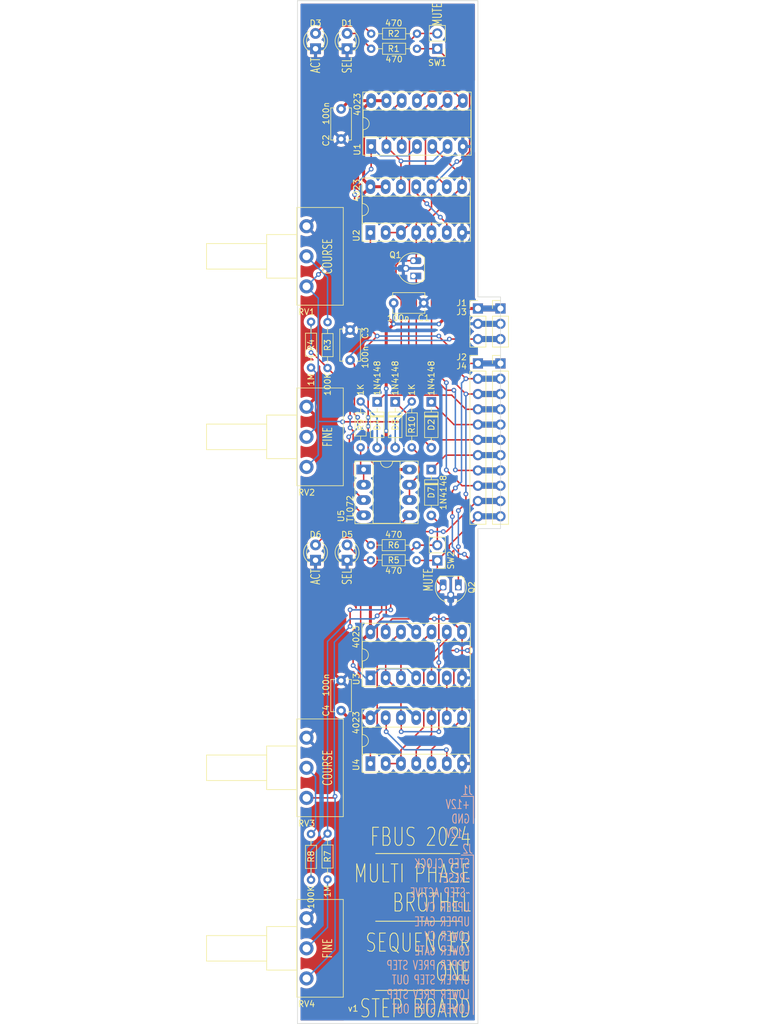
<source format=kicad_pcb>
(kicad_pcb (version 20211014) (generator pcbnew)
  (title_block (title "Sequencer One - Step Board") (date "2024-01-18") (rev "v1") (company "Multi Phase Brothel"))
  (layers (0 "F.Cu" signal) (31 "B.Cu" signal) (34 "B.Paste" user) (35 "F.Paste" user) (36 "B.SilkS" user "B.Silkscreen") (37 "F.SilkS" user "F.Silkscreen") (38 "B.Mask" user) (39 "F.Mask" user) (44 "Edge.Cuts" user))
  (net 0 "")
  (net 1 "+12V")
  (net 2 "GND")
  (net 3 "Net-(D1-Pad2)")
  (net 4 "GATE_U")
  (net 5 "Net-(D3-Pad2)")
  (net 6 "Net-(D4-Pad2)")
  (net 7 "STEP_CLK")
  (net 8 "L_RESET")
  (net 9 "L_STEP_ACTIVE")
  (net 10 "Net-(D2-Pad2)")
  (net 11 "Net-(R4-Pad1)")
  (net 12 "CV_U")
  (net 13 "Net-(D5-Pad2)")
  (net 14 "Net-(D6-Pad2)")
  (net 15 "Net-(U1-Pad12)")
  (net 16 "GATE_L")
  (net 17 "Net-(D7-Pad2)")
  (net 18 "CV_L")
  (net 19 "Net-(D8-Pad2)")
  (net 20 "PREV_STEP_U")
  (net 21 "STEP_OUT_U")
  (net 22 "PREV_STEP_L")
  (net 23 "STEP_OUT_L")
  (net 24 "Net-(R3-Pad1)")
  (net 25 "Net-(R7-Pad1)")
  (net 26 "Net-(R8-Pad1)")
  (net 27 "Net-(R3-Pad2)")
  (net 28 "Net-(R7-Pad2)")
  (net 29 "Net-(R9-Pad1)")
  (net 30 "Net-(U3-Pad13)")
  (net 31 "Net-(U1-Pad11)")
  (net 32 "Net-(U2-Pad11)")
  (net 33 "Net-(U3-Pad10)")
  (net 34 "Net-(U3-Pad12)")
  (net 35 "Net-(R10-Pad1)")
  (net 36 "Net-(U1-Pad10)")
  (net 37 "Net-(U1-Pad9)")
  (net 38 "Net-(U3-Pad9)")
  (net 39 "Net-(U4-Pad13)")
  (net 40 "-12V")
  (footprint "Potentiometer_THT:Potentiometer_Piher_T-16H_Single_Horizontal" (layer "F.Cu") (at 101.5 87.5 180)
    (fp_text reference "RV2")
    (fp_text value "B100K")
  )
  (footprint "LED_THT:LED_D3.0mm" (layer "F.Cu") (at 108.25 113 90)
    (fp_text reference "D5")
    (fp_text value "LED")
  )
  (footprint "Potentiometer_THT:Potentiometer_Piher_T-16H_Single_Horizontal" (layer "F.Cu") (at 101.5 57.5 180)
    (fp_text reference "RV1")
    (fp_text value "B100K")
  )
  (footprint "Connector_PinHeader_2.54mm:PinHeader_1x02_P2.54mm_Vertical" (layer "F.Cu") (at 123.25 113.04 180)
    (fp_text reference "SW2")
    (fp_text value "SW_SPST")
  )
  (footprint "Connector_PinHeader_2.54mm:PinHeader_1x02_P2.54mm_Vertical" (layer "F.Cu") (at 123.25 28 180)
    (fp_text reference "SW1")
    (fp_text value "SW_SPST")
  )
  (footprint "Package_DIP:DIP-14_W7.62mm_Socket_LongPads" (layer "F.Cu") (at 112.125 146.8 90)
    (fp_text reference "U4")
    (fp_text value "4023")
  )
  (footprint "Resistor_THT:R_Axial_DIN0204_L3.6mm_D1.6mm_P7.62mm_Horizontal" (layer "F.Cu") (at 112.19 113)
    (fp_text reference "R5")
    (fp_text value "470")
  )
  (footprint "Resistor_THT:R_Axial_DIN0204_L3.6mm_D1.6mm_P7.62mm_Horizontal" (layer "F.Cu") (at 112.25 28)
    (fp_text reference "R1")
    (fp_text value "470")
  )
  (footprint "Diode_THT:D_DO-35_SOD27_P7.62mm_Horizontal" (layer "F.Cu") (at 116.25 86.69 -90)
    (fp_text reference "D8")
    (fp_text value "1N4148")
  )
  (footprint "Capacitor_THT:C_Disc_D5.1mm_W3.2mm_P5.00mm" (layer "F.Cu") (at 107.25 38 -90)
    (fp_text reference "C2")
    (fp_text value "100n")
  )
  (footprint "Connector_PinHeader_2.54mm:PinHeader_1x03_P2.54mm_Vertical" (layer "F.Cu") (at 133.75 71.17)
    (fp_text reference "J3")
    (fp_text value "Conn_01x03")
  )
  (footprint "Diode_THT:D_DO-35_SOD27_P7.62mm_Horizontal" (layer "F.Cu") (at 122.25 97.94 -90)
    (fp_text reference "D7")
    (fp_text value "1N4148")
  )
  (footprint "Diode_THT:D_DO-35_SOD27_P7.62mm_Horizontal" (layer "F.Cu") (at 113.25 86.69 -90)
    (fp_text reference "D4")
    (fp_text value "1N4148")
  )
  (footprint "Connector_PinHeader_2.54mm:PinHeader_1x11_P2.54mm_Vertical" (layer "F.Cu") (at 133.75 80.3)
    (fp_text reference "J4")
    (fp_text value "Conn_01x11")
  )
  (footprint "Package_DIP:DIP-14_W7.62mm_Socket_LongPads" (layer "F.Cu") (at 112.125 58.55 90)
    (fp_text reference "U2")
    (fp_text value "4023")
  )
  (footprint "Resistor_THT:R_Axial_DIN0204_L3.6mm_D1.6mm_P7.62mm_Horizontal" (layer "F.Cu") (at 105 73.44 -90)
    (fp_text reference "R3")
    (fp_text value "100K")
  )
  (footprint "Resistor_THT:R_Axial_DIN0204_L3.6mm_D1.6mm_P7.62mm_Horizontal" (layer "F.Cu") (at 110.5 94.25 90)
    (fp_text reference "R9")
    (fp_text value "1K")
  )
  (footprint "Connector_PinHeader_2.54mm:PinHeader_1x03_P2.54mm_Vertical" (layer "F.Cu") (at 130 71.17)
    (fp_text reference "J1")
    (fp_text value "Conn_01x03")
  )
  (footprint "Resistor_THT:R_Axial_DIN0204_L3.6mm_D1.6mm_P7.62mm_Horizontal" (layer "F.Cu") (at 112.25 25.5)
    (fp_text reference "R2")
    (fp_text value "470")
  )
  (footprint "Connector_PinHeader_2.54mm:PinHeader_1x11_P2.54mm_Vertical" (layer "F.Cu") (at 130 80.3)
    (fp_text reference "J2")
    (fp_text value "Conn_01x11")
  )
  (footprint "LED_THT:LED_D3.0mm" (layer "F.Cu") (at 103 28 90)
    (fp_text reference "D3")
    (fp_text value "LED")
  )
  (footprint "Package_TO_SOT_THT:TO-92_HandSolder" (layer "F.Cu") (at 126.75 117.5 180)
    (fp_text reference "Q2")
    (fp_text value "Q_NMOS_DSG")
  )
  (footprint "Capacitor_THT:C_Disc_D5.1mm_W3.2mm_P5.00mm" (layer "F.Cu") (at 108.75 74.75 -90)
    (fp_text reference "C3")
    (fp_text value "100n")
  )
  (footprint "Resistor_THT:R_Axial_DIN0204_L3.6mm_D1.6mm_P7.62mm_Horizontal" (layer "F.Cu") (at 119 94.25 90)
    (fp_text reference "R10")
    (fp_text value "1K")
  )
  (footprint "Package_TO_SOT_THT:TO-92_HandSolder" (layer "F.Cu") (at 119.27 65.77 90)
    (fp_text reference "Q1")
    (fp_text value "Q_NMOS_DSG")
  )
  (footprint "Potentiometer_THT:Potentiometer_Piher_T-16H_Single_Horizontal" (layer "F.Cu") (at 101.5 172.5 180)
    (fp_text reference "RV4")
    (fp_text value "B100K")
  )
  (footprint "Resistor_THT:R_Axial_DIN0204_L3.6mm_D1.6mm_P7.62mm_Horizontal" (layer "F.Cu") (at 102.25 81 90)
    (fp_text reference "R4")
    (fp_text value "1M")
  )
  (footprint "Package_DIP:DIP-8_W7.62mm_Socket_LongPads" (layer "F.Cu") (at 111 97.92)
    (fp_text reference "U5")
    (fp_text value "TL072")
  )
  (footprint "Diode_THT:D_DO-35_SOD27_P7.62mm_Horizontal" (layer "F.Cu") (at 122.25 86.69 -90)
    (fp_text reference "D2")
    (fp_text value "1N4148")
  )
  (footprint "Capacitor_THT:C_Disc_D5.1mm_W3.2mm_P5.00mm" (layer "F.Cu") (at 107.25 138 90)
    (fp_text reference "C4")
    (fp_text value "100n")
  )
  (footprint "Package_DIP:DIP-14_W7.62mm_Socket_LongPads" (layer "F.Cu") (at 112.125 132.55 90)
    (fp_text reference "U3")
    (fp_text value "4023")
  )
  (footprint "Resistor_THT:R_Axial_DIN0204_L3.6mm_D1.6mm_P7.62mm_Horizontal" (layer "F.Cu") (at 102.25 158.5 -90)
    (fp_text reference "R8")
    (fp_text value "100K")
  )
  (footprint "Capacitor_THT:C_Disc_D5.1mm_W3.2mm_P5.00mm" (layer "F.Cu") (at 116 70.25)
    (fp_text reference "C1")
    (fp_text value "100n")
  )
  (footprint "LED_THT:LED_D3.0mm" (layer "F.Cu") (at 103 113 90)
    (fp_text reference "D6")
    (fp_text value "LED")
  )
  (footprint "LED_THT:LED_D3.0mm" (layer "F.Cu") (at 108.25 28 90)
    (fp_text reference "D1")
    (fp_text value "LED")
  )
  (footprint "Resistor_THT:R_Axial_DIN0204_L3.6mm_D1.6mm_P7.62mm_Horizontal" (layer "F.Cu") (at 105 166.06 90)
    (fp_text reference "R7")
    (fp_text value "1M")
  )
  (footprint "Resistor_THT:R_Axial_DIN0204_L3.6mm_D1.6mm_P7.62mm_Horizontal" (layer "F.Cu") (at 112.19 110.5)
    (fp_text reference "R6")
    (fp_text value "470")
  )
  (footprint "Potentiometer_THT:Potentiometer_Piher_T-16H_Single_Horizontal" (layer "F.Cu") (at 101.5 142.5 180)
    (fp_text reference "RV3")
    (fp_text value "B100K")
  )
  (footprint "Package_DIP:DIP-14_W7.62mm_Socket_LongPads" (layer "F.Cu") (at 112.25 44.25 90)
    (fp_text reference "U1")
    (fp_text value "4023")
  )
  (gr_line (start 113 173) (end 127 173) (layer "F.Cu") (width 0.15))
  (gr_line (start 113 161.75) (end 127 161.75) (layer "F.Cu") (width 0.15))
  (gr_line (start 113 184.5) (end 127 184.5) (layer "F.Cu") (width 0.15))
  (gr_line (start 129.25 152.25) (end 127.25 152.25) (layer "B.SilkS") (width 0.15))
  (gr_line (start 129.25 162) (end 127.25 162) (layer "B.SilkS") (width 0.15))
  (gr_line (start 129.25 152.25) (end 129.25 156.75) (layer "B.SilkS") (width 0.15))
  (gr_line (start 129.25 162) (end 129.25 188.5) (layer "B.SilkS") (width 0.15))
  (gr_line (start 113 184.5) (end 127 184.5) (layer "F.SilkS") (width 0.15))
  (gr_line (start 113 161.75) (end 127 161.75) (layer "F.SilkS") (width 0.15))
  (gr_line (start 113 173) (end 127 173) (layer "F.SilkS") (width 0.15))
  (gr_line (start 130 69.25) (end 133.75 69.25) (layer "Edge.Cuts") (width 0.1))
  (gr_line (start 130 190) (end 130 107.75) (layer "Edge.Cuts") (width 0.1))
  (gr_line (start 133.75 69.25) (end 133.75 107.75) (layer "Edge.Cuts") (width 0.1))
  (gr_line (start 133.75 107.75) (end 130 107.75) (layer "Edge.Cuts") (width 0.1))
  (gr_line (start 100 20) (end 100 190) (layer "Edge.Cuts") (width 0.1))
  (gr_line (start 100 190) (end 130 190) (layer "Edge.Cuts") (width 0.1))
  (gr_line (start 130 69.25) (end 130 20) (layer "Edge.Cuts") (width 0.1))
  (gr_line (start 130 20) (end 100 20) (layer "Edge.Cuts") (width 0.1))
  (gr_text "FBUS 2024" (at 129 159) (layer "F.Cu") (effects (font (size 3 2)) (justify right)))
  (gr_text "STEP BOARD" (at 129 187.5) (layer "F.Cu") (effects (font (size 3 2)) (justify right)))
  (gr_text "MULTI PHASE\nBROTHEL" (at 129 167.5) (layer "F.Cu") (effects (font (size 3 2)) (justify right)))
  (gr_text "SEQUENCER\nONE" (at 129 179) (layer "F.Cu") (effects (font (size 3 2)) (justify right)))
  (gr_text "J1" (at 129.25 151.25) (layer "B.SilkS") (effects (font (size 1.5 1)) (justify left mirror)))
  (gr_text "STEP CLOCK\n~RESET\n~STEP ACTIVE\nUPPER CV\nUPPER GATE\nLOWER CV\nLOWER GATE\nUPPER PREV STEP\nUPPER STEP OUT\nLOWER PREV STEP\nLOWER STEP OUT" (at 128.75 175.5) (layer "B.SilkS") (effects (font (size 1.5 1)) (justify left mirror)))
  (gr_text "J2" (at 129.25 161) (layer "B.SilkS") (effects (font (size 1.5 1)) (justify left mirror)))
  (gr_text "+12V\nGND\n-12V" (at 128.75 156) (layer "B.SilkS") (effects (font (size 1.5 1)) (justify left mirror)))
  (gr_text "COURSE" (at 105 62.5 90) (layer "F.SilkS") (effects (font (size 1.5 1))))
  (gr_text "SEQUENCER\nONE" (at 129 179) (layer "F.SilkS") (effects (font (size 3 2)) (justify right)))
  (gr_text "ACT" (at 103 115.75 90) (layer "F.SilkS") (effects (font (size 1.5 1))))
  (gr_text "MUTE" (at 121.75 116.25 90) (layer "F.SilkS") (effects (font (size 1.5 1))))
  (gr_text "COURSE" (at 105 147.5 90) (layer "F.SilkS") (effects (font (size 1.5 1))))
  (gr_text "SEL" (at 108.25 30.75 90) (layer "F.SilkS") (effects (font (size 1.5 1))))
  (gr_text "MULTI PHASE\nBROTHEL" (at 129 167.5) (layer "F.SilkS") (effects (font (size 3 2)) (justify right)))
  (gr_text "STEP BOARD" (at 129 187.5) (layer "F.SilkS") (effects (font (size 3 2)) (justify right)))
  (gr_text "ACT" (at 103 30.75 90) (layer "F.SilkS") (effects (font (size 1.5 1))))
  (gr_text "FINE" (at 105 92.5 90) (layer "F.SilkS") (effects (font (size 1.5 1))))
  (gr_text "FINE" (at 105 177.5 90) (layer "F.SilkS") (effects (font (size 1.5 1))))
  (gr_text "SEL" (at 108.25 115.75 90) (layer "F.SilkS") (effects (font (size 1.5 1))))
  (gr_text "MUTE" (at 123.25 22.25 90) (layer "F.SilkS") (effects (font (size 1.5 1))))
  (gr_text "FBUS 2024" (at 129 159) (layer "F.SilkS") (effects (font (size 3 2)) (justify right)))
  (gr_text "v1" (at 109.25 187.5) (layer "F.SilkS") (effects (font (size 1 1))))
  (segment (start 112.25 36.63) (end 108.62 36.63) (width 0.5) (layer "F.Cu") (net 1))
  (segment (start 114 115) (end 114 100.59) (width 0.5) (layer "F.Cu") (net 1))
  (segment (start 111.000489 49.805489) (end 111.000489 37.879511) (width 0.5) (layer "F.Cu") (net 1))
  (segment (start 110.25 138.25) (end 110.25 126.805) (width 0.5) (layer "F.Cu") (net 1))
  (segment (start 114.75 75) (end 116 73.75) (width 0.5) (layer "F.Cu") (net 1))
  (segment (start 114.75 96) (end 114.75 91.5) (width 0.5) (layer "F.Cu") (net 1))
  (segment (start 112.125 120.125) (end 112 120) (width 0.5) (layer "F.Cu") (net 1))
  (segment (start 114 100.59) (end 116.67 97.92) (width 0.5) (layer "F.Cu") (net 1))
  (segment (start 111.18 139.18) (end 110.25 138.25) (width 0.5) (layer "F.Cu") (net 1))
  (segment (start 111.000489 37.879511) (end 112.25 36.63) (width 0.5) (layer "F.Cu") (net 1))
  (segment (start 118.62 97.92) (end 116.67 97.92) (width 0.5) (layer "F.Cu") (net 1))
  (segment (start 112.125 50.93) (end 111.000489 49.805489) (width 0.5) (layer "F.Cu") (net 1))
  (segment (start 108.43 139.18) (end 107.25 138) (width 0.5) (layer "F.Cu") (net 1))
  (segment (start 130 71.17) (end 133.24998 71.17) (width 1) (layer "F.Cu") (net 1))
  (segment (start 112 117) (end 114 115) (width 0.5) (layer "F.Cu") (net 1))
  (segment (start 110.25 52.805) (end 112.125 50.93) (width 0.5) (layer "F.Cu") (net 1))
  (segment (start 112.125 139.18) (end 108.43 139.18) (width 0.5) (layer "F.Cu") (net 1))
  (segment (start 114.75 84.5) (end 114.75 75) (width 0.5) (layer "F.Cu") (net 1))
  (segment (start 112.125 124.93) (end 112.125 120.125) (width 0.5) (layer "F.Cu") (net 1))
  (segment (start 126.08 71.17) (end 129.74998 71.17) (width 0.5) (layer "F.Cu") (net 1))
  (segment (start 112.125 139.18) (end 111.18 139.18) (width 0.5) (layer "F.Cu") (net 1))
  (segment (start 112 120) (end 112 117) (width 0.5) (layer "F.Cu") (net 1))
  (segment (start 112.25 36.63) (end 114.79 36.63) (width 0.5) (layer "F.Cu") (net 1))
  (segment (start 108.62 36.63) (end 107.25 38) (width 0.5) (layer "F.Cu") (net 1))
  (segment (start 110.25 68) (end 110.25 52.805) (width 0.5) (layer "F.Cu") (net 1))
  (segment (start 110.25 126.805) (end 112.125 124.93) (width 0.5) (layer "F.Cu") (net 1))
  (segment (start 116.67 97.92) (end 114.75 96) (width 0.5) (layer "F.Cu") (net 1))
  (segment (start 116 73.75) (end 110.25 68) (width 0.5) (layer "F.Cu") (net 1))
  (segment (start 112.125 50.93) (end 114.665 50.93) (width 0.5) (layer "F.Cu") (net 1))
  (segment (start 123.5 73.75) (end 126.08 71.17) (width 0.5) (layer "F.Cu") (net 1))
  (via (at 116 73.75) (size 0.8) (drill 0.4) (layers "F.Cu" "B.Cu") (net 1))
  (via (at 123.5 73.75) (size 0.8) (drill 0.4) (layers "F.Cu" "B.Cu") (net 1))
  (via (at 114.75 91.5) (size 0.8) (drill 0.4) (layers "F.Cu" "B.Cu") (net 1))
  (via (at 114.75 84.5) (size 0.8) (drill 0.4) (layers "F.Cu" "B.Cu") (net 1))
  (segment (start 114.75 91.5) (end 114.75 84.5) (width 0.5) (layer "B.Cu") (net 1))
  (segment (start 123.5 73.75) (end 116 73.75) (width 0.5) (layer "B.Cu") (net 1))
  (segment (start 118.09548 123.28048) (end 119.745 124.93) (width 0.5) (layer "B.Cu") (net 1))
  (segment (start 112.125 124.93) (end 113.77452 123.28048) (width 0.5) (layer "B.Cu") (net 1))
  (segment (start 118.09548 137.53048) (end 119.745 139.18) (width 0.5) (layer "B.Cu") (net 1))
  (segment (start 113.77452 137.53048) (end 118.09548 137.53048) (width 0.5) (layer "B.Cu") (net 1))
  (segment (start 130 71.17) (end 133.24998 71.17) (width 1) (layer "B.Cu") (net 1))
  (segment (start 116 70.25) (end 116 73.75) (width 0.5) (layer "B.Cu") (net 1))
  (segment (start 113.77452 123.28048) (end 118.09548 123.28048) (width 0.5) (layer "B.Cu") (net 1))
  (segment (start 112.125 139.18) (end 113.77452 137.53048) (width 0.5) (layer "B.Cu") (net 1))
  (segment (start 130 73.71) (end 133.24998 73.71) (width 1) (layer "F.Cu") (net 2))
  (segment (start 130 73.71) (end 133.24998 73.71) (width 1) (layer "B.Cu") (net 2))
  (segment (start 112.25 28) (end 109.71 25.46) (width 0.25) (layer "F.Cu") (net 3))
  (segment (start 109.71 25.46) (end 108.25 25.46) (width 0.25) (layer "F.Cu") (net 3))
  (segment (start 126.02 90.46) (end 129.87498 90.46) (width 0.25) (layer "F.Cu") (net 4))
  (segment (start 130 90.46) (end 133.24998 90.46) (width 1) (layer "F.Cu") (net 4))
  (segment (start 122.25 86.69) (end 126.02 90.46) (width 0.25) (layer "F.Cu") (net 4))
  (segment (start 130 90.46) (end 133.24998 90.46) (width 1) (layer "B.Cu") (net 4))
  (segment (start 110.985489 24.235489) (end 104.224511 24.235489) (width 0.25) (layer "F.Cu") (net 5))
  (segment (start 104.224511 24.235489) (end 103 25.46) (width 0.25) (layer "F.Cu") (net 5))
  (segment (start 112.25 25.5) (end 110.985489 24.235489) (width 0.25) (layer "F.Cu") (net 5))
  (segment (start 113.25 94.31) (end 113.25 89.38) (width 0.25) (layer "B.Cu") (net 6))
  (segment (start 113.25 89.38) (end 110.5 86.63) (width 0.25) (layer "B.Cu") (net 6))
  (segment (start 113.25 97.520978) (end 113.25 113.5) (width 0.25) (layer "F.Cu") (net 7))
  (segment (start 110.5 116.25) (end 113.25 113.5) (width 0.25) (layer "F.Cu") (net 7))
  (segment (start 111.75 96.020978) (end 113.25 97.520978) (width 0.25) (layer "F.Cu") (net 7))
  (segment (start 110.5 123.5) (end 110.5 116.25) (width 0.25) (layer "F.Cu") (net 7))
  (segment (start 130 80.3) (end 133.24998 80.3) (width 1) (layer "F.Cu") (net 7))
  (segment (start 113.25 75.75) (end 109.5 72) (width 0.25) (layer "F.Cu") (net 7))
  (segment (start 109.25 130.5) (end 109.25 124.75) (width 0.25) (layer "F.Cu") (net 7))
  (segment (start 128 80.3) (end 123.5 75.8) (width 0.25) (layer "F.Cu") (net 7))
  (segment (start 128 80.3) (end 129.87498 80.3) (width 0.25) (layer "F.Cu") (net 7))
  (segment (start 123.5 75.8) (end 123.5 75.75) (width 0.25) (layer "F.Cu") (net 7))
  (segment (start 111.75 77.25) (end 111.75 89.2755) (width 0.25) (layer "F.Cu") (net 7))
  (segment (start 112.25 48) (end 112.25 44.25) (width 0.25) (layer "F.Cu") (net 7))
  (segment (start 111.75 90.75) (end 111.75 96.020978) (width 0.25) (layer "F.Cu") (net 7))
  (segment (start 109.5 72) (end 109.5 52.25) (width 0.25) (layer "F.Cu") (net 7))
  (segment (start 109.25 124.75) (end 110.5 123.5) (width 0.25) (layer "F.Cu") (net 7))
  (segment (start 113.25 75.75) (end 111.75 77.25) (width 0.25) (layer "F.Cu") (net 7))
  (via (at 112.25 48) (size 0.8) (drill 0.4) (layers "F.Cu" "B.Cu") (net 7))
  (via (at 109.5 52.25) (size 0.8) (drill 0.4) (layers "F.Cu" "B.Cu") (net 7))
  (via (at 109.25 130.5) (size 0.8) (drill 0.4) (layers "F.Cu" "B.Cu") (net 7))
  (via (at 111.75 89.2755) (size 0.8) (drill 0.4) (layers "F.Cu" "B.Cu") (net 7))
  (via (at 111.75 90.75) (size 0.8) (drill 0.4) (layers "F.Cu" "B.Cu") (net 7))
  (via (at 123.5 75.75) (size 0.8) (drill 0.4) (layers "F.Cu" "B.Cu") (net 7))
  (via (at 113.25 75.75) (size 0.8) (drill 0.4) (layers "F.Cu" "B.Cu") (net 7))
  (segment (start 109.5 52.25) (end 109.5 50.75) (width 0.25) (layer "B.Cu") (net 7))
  (segment (start 118.22048 131.02548) (end 113.64952 131.02548) (width 0.25) (layer "B.Cu") (net 7))
  (segment (start 119.745 132.55) (end 118.22048 131.02548) (width 0.25) (layer "B.Cu") (net 7))
  (segment (start 109.5 50.75) (end 112.25 48) (width 0.25) (layer "B.Cu") (net 7))
  (segment (start 113.77452 45.77452) (end 112.25 44.25) (width 0.25) (layer "B.Cu") (net 7))
  (segment (start 118.34548 45.77452) (end 113.77452 45.77452) (width 0.25) (layer "B.Cu") (net 7))
  (segment (start 113.64952 131.02548) (end 112.125 132.55) (width 0.25) (layer "B.Cu") (net 7))
  (segment (start 111.3 132.55) (end 109.25 130.5) (width 0.25) (layer "B.Cu") (net 7))
  (segment (start 123.5 75.75) (end 113.25 75.75) (width 0.25) (layer "B.Cu") (net 7))
  (segment (start 112.125 132.55) (end 111.3 132.55) (width 0.25) (layer "B.Cu") (net 7))
  (segment (start 111.75 89.2755) (end 111.75 90.75) (width 0.25) (layer "B.Cu") (net 7))
  (segment (start 130 80.3) (end 133.24998 80.3) (width 1) (layer "B.Cu") (net 7))
  (segment (start 119.87 44.25) (end 118.34548 45.77452) (width 0.25) (layer "B.Cu") (net 7))
  (segment (start 127.365 49.205) (end 122.41 44.25) (width 0.25) (layer "F.Cu") (net 8))
  (segment (start 129 120.75) (end 129 113.25) (width 0.25) (layer "F.Cu") (net 8))
  (segment (start 127.365 139.18) (end 127.365 137.135) (width 0.25) (layer "F.Cu") (net 8))
  (segment (start 122.285 58.55) (end 122.285 56.01) (width 0.25) (layer "F.Cu") (net 8))
  (segment (start 122.285 77.125) (end 122.285 58.55) (width 0.25) (layer "F.Cu") (net 8))
  (segment (start 128.25 128) (end 129 127.25) (width 0.25) (layer "F.Cu") (net 8))
  (segment (start 129 113.25) (end 127.75 112) (width 0.25) (layer "F.Cu") (net 8))
  (segment (start 128 82.84) (end 129.87498 82.84) (width 0.25) (layer "F.Cu") (net 8))
  (segment (start 128 82.84) (end 122.285 77.125) (width 0.25) (layer "F.Cu") (net 8))
  (segment (start 122.285 144.465) (end 127.365 139.385) (width 0.25) (layer "F.Cu") (net 8))
  (segment (start 127.365 139.385) (end 127.365 139.18) (width 0.25) (layer "F.Cu") (net 8))
  (segment (start 122.285 56.01) (end 127.365 50.93) (width 0.25) (layer "F.Cu") (net 8))
  (segment (start 129 135.5) (end 129 128.75) (width 0.25) (layer "F.Cu") (net 8))
  (segment (start 122.285 146.8) (end 122.285 144.465) (width 0.25) (layer "F.Cu") (net 8))
  (segment (start 129 128.75) (end 128.25 128) (width 0.25) (layer "F.Cu") (net 8))
  (segment (start 127.365 137.135) (end 129 135.5) (width 0.25) (layer "F.Cu") (net 8))
  (segment (start 129 127.25) (end 129 120.75) (width 0.25) (layer "F.Cu") (net 8))
  (segment (start 124.25 128) (end 126.5 128) (width 0.25) (layer "F.Cu") (net 8))
  (segment (start 127.365 50.93) (end 127.365 49.205) (width 0.25) (layer "F.Cu") (net 8))
  (segment (start 130 82.84) (end 133.24998 82.84) (width 1) (layer "F.Cu") (net 8))
  (segment (start 125.75 105.75) (end 125.75 101.5) (width 0.25) (layer "F.Cu") (net 8))
  (segment (start 125.75 101.5) (end 126.25 101) (width 0.25) (layer "F.Cu") (net 8))
  (segment (start 122.285 132.55) (end 122.285 129.965) (width 0.25) (layer "F.Cu") (net 8))
  (segment (start 122.285 129.965) (end 124.25 128) (width 0.25) (layer "F.Cu") (net 8))
  (via (at 125.75 105.75) (size 0.8) (drill 0.4) (layers "F.Cu" "B.Cu") (net 8))
  (via (at 127.75 112) (size 0.8) (drill 0.4) (layers "F.Cu" "B.Cu") (net 8))
  (via (at 128.25 128) (size 0.8) (drill 0.4) (layers "F.Cu" "B.Cu") (net 8))
  (via (at 128 82.84) (size 0.8) (drill 0.4) (layers "F.Cu" "B.Cu") (net 8))
  (via (at 126.5 128) (size 0.8) (drill 0.4) (layers "F.Cu" "B.Cu") (net 8))
  (via (at 126.25 101) (size 0.8) (drill 0.4) (layers "F.Cu" "B.Cu") (net 8))
  (segment (start 127.275489 83.564511) (end 128 82.84) (width 0.25) (layer "B.Cu") (net 8))
  (segment (start 126.25 101) (end 127.275489 99.974511) (width 0.25) (layer "B.Cu") (net 8))
  (segment (start 130 82.84) (end 133.24998 82.84) (width 1) (layer "B.Cu") (net 8))
  (segment (start 126.5 128) (end 128.25 128) (width 0.25) (layer "B.Cu") (net 8))
  (segment (start 125.75 110.774614) (end 125.75 105.75) (width 0.25) (layer "B.Cu") (net 8))
  (segment (start 127.75 112) (end 126.975386 112) (width 0.25) (layer "B.Cu") (net 8))
  (segment (start 126.975386 112) (end 125.75 110.774614) (width 0.25) (layer "B.Cu") (net 8))
  (segment (start 127.275489 99.974511) (end 127.275489 83.564511) (width 0.25) (layer "B.Cu") (net 8))
  (segment (start 128 85.38) (end 129.87498 85.38) (width 0.25) (layer "F.Cu") (net 9))
  (segment (start 130 85.38) (end 133.24998 85.38) (width 1) (layer "F.Cu") (net 9))
  (segment (start 128 103.5) (end 128 102) (width 0.25) (layer "F.Cu") (net 9))
  (segment (start 126.75 104.75) (end 128 103.5) (width 0.25) (layer "F.Cu") (net 9))
  (segment (start 119.75 77.13) (end 119.75 66.25) (width 0.25) (layer "F.Cu") (net 9))
  (segment (start 119.75 66.25) (end 119.27 65.77) (width 0.25) (layer "F.Cu") (net 9))
  (segment (start 128 85.38) (end 119.75 77.13) (width 0.25) (layer "F.Cu") (net 9))
  (segment (start 126.75 117.5) (end 126.75 110.75) (width 0.25) (layer "F.Cu") (net 9))
  (via (at 128 102) (size 0.8) (drill 0.4) (layers "F.Cu" "B.Cu") (net 9))
  (via (at 126.75 104.75) (size 0.8) (drill 0.4) (layers "F.Cu" "B.Cu") (net 9))
  (via (at 128 85.38) (size 0.8) (drill 0.4) (layers "F.Cu" "B.Cu") (net 9))
  (via (at 126.75 110.75) (size 0.8) (drill 0.4) (layers "F.Cu" "B.Cu") (net 9))
  (segment (start 130 85.38) (end 133.24998 85.38) (width 1) (layer "B.Cu") (net 9))
  (segment (start 128 102) (end 128 85.38) (width 0.25) (layer "B.Cu") (net 9))
  (segment (start 126.75 110.75) (end 126.75 104.75) (width 0.25) (layer "B.Cu") (net 9))
  (segment (start 109.25 31.75) (end 113.62 31.75) (width 0.25) (layer "F.Cu") (net 10))
  (segment (start 107.5 90) (end 117.94 90) (width 0.25) (layer "F.Cu") (net 10))
  (segment (start 104.75 64.25) (end 104.75 36.25) (width 0.25) (layer "F.Cu") (net 10))
  (segment (start 103.487701 65.512299) (end 104.75 64.25) (width 0.25) (layer "F.Cu") (net 10))
  (segment (start 117.94 90) (end 122.25 94.31) (width 0.25) (layer "F.Cu") (net 10))
  (segment (start 123.25 25.46) (end 119.91 25.46) (width 0.25) (layer "F.Cu") (net 10))
  (segment (start 113.62 31.75) (end 119.87 25.5) (width 0.25) (layer "F.Cu") (net 10))
  (segment (start 119.91 25.46) (end 119.87 25.5) (width 0.25) (layer "F.Cu") (net 10))
  (segment (start 104.75 36.25) (end 109.25 31.75) (width 0.25) (layer "F.Cu") (net 10))
  (via (at 103.487701 65.512299) (size 0.8) (drill 0.4) (layers "F.Cu" "B.Cu") (net 10))
  (via (at 107.5 90) (size 0.8) (drill 0.4) (layers "F.Cu" "B.Cu") (net 10))
  (segment (start 103.44952 89.94952) (end 103.44952 69.44952) (width 0.25) (layer "B.Cu") (net 10))
  (segment (start 101.5 67.5) (end 103.487701 65.512299) (width 0.25) (layer "B.Cu") (net 10))
  (segment (start 103.44952 95.55048) (end 103.44952 89.94952) (width 0.25) (layer "B.Cu") (net 10))
  (segment (start 101.5 97.5) (end 103.44952 95.55048) (width 0.25) (layer "B.Cu") (net 10))
  (segment (start 103.44952 69.44952) (end 101.5 67.5) (width 0.25) (layer "B.Cu") (net 10))
  (segment (start 103.44952 89.94952) (end 107.44952 89.94952) (width 0.25) (layer "B.Cu") (net 10))
  (segment (start 107.44952 89.94952) (end 107.5 90) (width 0.25) (layer "B.Cu") (net 10))
  (segment (start 101.5 92.5) (end 103 91) (width 0.25) (layer "B.Cu") (net 11))
  (segment (start 103 91) (end 103 81.75) (width 0.25) (layer "B.Cu") (net 11))
  (segment (start 103 81.75) (end 102.25 81) (width 0.25) (layer "B.Cu") (net 11))
  (segment (start 114.374511 85.565489) (end 113.25 86.69) (width 0.25) (layer "F.Cu") (net 12))
  (segment (start 125.645489 85.565489) (end 114.374511 85.565489) (width 0.25) (layer "F.Cu") (net 12))
  (segment (start 128 87.92) (end 129.87498 87.92) (width 0.25) (layer "F.Cu") (net 12))
  (segment (start 130 87.92) (end 133.24998 87.92) (width 1) (layer "F.Cu") (net 12))
  (segment (start 128 87.92) (end 125.645489 85.565489) (width 0.25) (layer "F.Cu") (net 12))
  (segment (start 130 87.92) (end 133.24998 87.92) (width 1) (layer "B.Cu") (net 12))
  (segment (start 112.19 113) (end 110.79 113) (width 0.25) (layer "F.Cu") (net 13))
  (segment (start 110.79 113) (end 108.25 110.46) (width 0.25) (layer "F.Cu") (net 13))
  (segment (start 104.224511 109.235489) (end 110.925489 109.235489) (width 0.25) (layer "F.Cu") (net 14))
  (segment (start 103 110.46) (end 104.224511 109.235489) (width 0.25) (layer "F.Cu") (net 14))
  (segment (start 110.925489 109.235489) (end 112.19 110.5) (width 0.25) (layer "F.Cu") (net 14))
  (segment (start 117.205 46.665) (end 114.79 44.25) (width 0.25) (layer "F.Cu") (net 15))
  (segment (start 114.79 44.25) (end 114.79 39.17) (width 0.25) (layer "F.Cu") (net 15))
  (segment (start 114.79 39.17) (end 117.33 36.63) (width 0.25) (layer "F.Cu") (net 15))
  (segment (start 117.205 50.93) (end 117.205 46.665) (width 0.25) (layer "F.Cu") (net 15))
  (via (at 117.205 46.665) (size 0.8) (drill 0.4) (layers "F.Cu" "B.Cu") (net 15))
  (segment (start 122.535 46.665) (end 117.205 46.665) (width 0.25) (layer "B.Cu") (net 15))
  (segment (start 124.95 44.25) (end 122.535 46.665) (width 0.25) (layer "B.Cu") (net 15))
  (segment (start 122.25 97.94) (end 124.65 95.54) (width 0.25) (layer "F.Cu") (net 16))
  (segment (start 130 95.54) (end 133.24998 95.54) (width 1) (layer "F.Cu") (net 16))
  (segment (start 124.65 95.54) (end 129.87498 95.54) (width 0.25) (layer "F.Cu") (net 16))
  (segment (start 130 95.54) (end 133.24998 95.54) (width 1) (layer "B.Cu") (net 16))
  (segment (start 123.25 110.5) (end 119.81 110.5) (width 0.25) (layer "F.Cu") (net 17))
  (segment (start 118.5 111.81) (end 119.81 110.5) (width 0.25) (layer "F.Cu") (net 17))
  (segment (start 115.5 119.25) (end 118.5 116.25) (width 0.25) (layer "F.Cu") (net 17))
  (segment (start 106.25 152.25) (end 106 152.5) (width 0.25) (layer "F.Cu") (net 17))
  (segment (start 115.5 121.25) (end 115.5 119.25) (width 0.25) (layer "F.Cu") (net 17))
  (segment (start 123.25 110.5) (end 123.25 106.56) (width 0.25) (layer "F.Cu") (net 17))
  (segment (start 108.75 124) (end 108.75 121.25) (width 0.25) (layer "F.Cu") (net 17))
  (segment (start 123.25 106.56) (end 122.25 105.56) (width 0.25) (layer "F.Cu") (net 17))
  (segment (start 106 152.5) (end 101.5 152.5) (width 0.25) (layer "F.Cu") (net 17))
  (segment (start 118.5 116.25) (end 118.5 111.81) (width 0.25) (layer "F.Cu") (net 17))
  (via (at 115.5 121.25) (size 0.8) (drill 0.4) (layers "F.Cu" "B.Cu") (net 17))
  (via (at 108.75 121.25) (size 0.8) (drill 0.4) (layers "F.Cu" "B.Cu") (net 17))
  (via (at 106.25 152.25) (size 0.8) (drill 0.4) (layers "F.Cu" "B.Cu") (net 17))
  (via (at 108.75 124) (size 0.8) (drill 0.4) (layers "F.Cu" "B.Cu") (net 17))
  (segment (start 106.125489 152.125489) (end 106.125489 126.624511) (width 0.25) (layer "B.Cu") (net 17))
  (segment (start 101.5 182.5) (end 106.25 177.75) (width 0.25) (layer "B.Cu") (net 17))
  (segment (start 106.125489 126.624511) (end 108.75 124) (width 0.25) (layer "B.Cu") (net 17))
  (segment (start 106.25 177.75) (end 106.25 152.25) (width 0.25) (layer "B.Cu") (net 17))
  (segment (start 115.5 121.25) (end 108.75 121.25) (width 0.25) (layer "B.Cu") (net 17))
  (segment (start 122.56 93) (end 129.87498 93) (width 0.25) (layer "F.Cu") (net 18))
  (segment (start 116.25 86.69) (end 122.56 93) (width 0.25) (layer "F.Cu") (net 18))
  (segment (start 130 93) (end 133.24998 93) (width 1) (layer "F.Cu") (net 18))
  (segment (start 130 93) (end 133.24998 93) (width 1) (layer "B.Cu") (net 18))
  (segment (start 116.25 89.38) (end 119 86.63) (width 0.25) (layer "B.Cu") (net 19))
  (segment (start 116.25 94.31) (end 116.25 89.38) (width 0.25) (layer "B.Cu") (net 19))
  (segment (start 130 98.08) (end 133.24998 98.08) (width 1) (layer "F.Cu") (net 20))
  (segment (start 117.25 69.75) (end 112.125 64.625) (width 0.25) (layer "F.Cu") (net 20))
  (segment (start 126.33 98.08) (end 129.87498 98.08) (width 0.25) (layer "F.Cu") (net 20))
  (segment (start 112.125 64.625) (end 112.125 58.55) (width 0.25) (layer "F.Cu") (net 20))
  (segment (start 124.75 84.75) (end 117.25 77.25) (width 0.25) (layer "F.Cu") (net 20))
  (segment (start 117.25 77.25) (end 117.25 69.75) (width 0.25) (layer "F.Cu") (net 20))
  (segment (start 126.25 98) (end 126.33 98.08) (width 0.25) (layer "F.Cu") (net 20))
  (segment (start 126 84.75) (end 124.75 84.75) (width 0.25) (layer "F.Cu") (net 20))
  (via (at 126.25 98) (size 0.8) (drill 0.4) (layers "F.Cu" "B.Cu") (net 20))
  (via (at 126 84.75) (size 0.8) (drill 0.4) (layers "F.Cu" "B.Cu") (net 20))
  (segment (start 130 98.08) (end 133.24998 98.08) (width 1) (layer "B.Cu") (net 20))
  (segment (start 126.25 85) (end 126 84.75) (width 0.25) (layer "B.Cu") (net 20))
  (segment (start 126.25 98) (end 126.25 85) (width 0.25) (layer "B.Cu") (net 20))
  (segment (start 123.25 28) (end 119.87 28) (width 0.25) (layer "F.Cu") (net 21))
  (segment (start 124.75 83.5) (end 118.5 77.25) (width 0.25) (layer "F.Cu") (net 21))
  (segment (start 116.37548 63.976671) (end 117.122151 63.23) (width 0.25) (layer "F.Cu") (net 21))
  (segment (start 124.75 98) (end 127.37 100.62) (width 0.25) (layer "F.Cu") (net 21))
  (segment (start 116.37548 66.37548) (end 116.37548 63.976671) (width 0.25) (layer "F.Cu") (net 21))
  (segment (start 122.285 54.465) (end 119.745 57.005) (width 0.25) (layer "F.Cu") (net 21))
  (segment (start 118.5 68.5) (end 116.37548 66.37548) (width 0.25) (layer "F.Cu") (net 21))
  (segment (start 122.285 50.93) (end 122.285 54.465) (width 0.25) (layer "F.Cu") (net 21))
  (segment (start 118.5 77.25) (end 118.5 68.5) (width 0.25) (layer "F.Cu") (net 21))
  (segment (start 127.37 100.62) (end 129.87498 100.62) (width 0.25) (layer "F.Cu") (net 21))
  (segment (start 126.5 46.75) (end 126.980311 46.75) (width 0.25) (layer "F.Cu") (net 21))
  (segment (start 119.27 63.23) (end 119.745 62.755) (width 0.25) (layer "F.Cu") (net 21))
  (segment (start 130 100.62) (end 133.24998 100.62) (width 1) (layer "F.Cu") (net 21))
  (segment (start 128.61452 33.36452) (end 123.25 28) (width 0.25) (layer "F.Cu") (net 21))
  (segment (start 117.122151 63.23) (end 119.27 63.23) (width 0.25) (layer "F.Cu") (net 21))
  (segment (start 128.61452 45.115791) (end 128.61452 33.36452) (width 0.25) (layer "F.Cu") (net 21))
  (segment (start 119.745 62.755) (end 119.745 58.55) (width 0.25) (layer "F.Cu") (net 21))
  (segment (start 119.745 57.005) (end 119.745 58.55) (width 0.25) (layer "F.Cu") (net 21))
  (segment (start 126.980311 46.75) (end 128.61452 45.115791) (width 0.25) (layer "F.Cu") (net 21))
  (via (at 124.75 83.5) (size 0.8) (drill 0.4) (layers "F.Cu" "B.Cu") (net 21))
  (via (at 124.75 98) (size 0.8) (drill 0.4) (layers "F.Cu" "B.Cu") (net 21))
  (via (at 126.5 46.75) (size 0.8) (drill 0.4) (layers "F.Cu" "B.Cu") (net 21))
  (segment (start 122.285 50.93) (end 122.32 50.93) (width 0.25) (layer "B.Cu") (net 21))
  (segment (start 124.75 98) (end 124.75 83.5) (width 0.25) (layer "B.Cu") (net 21))
  (segment (start 122.32 50.93) (end 126.5 46.75) (width 0.25) (layer "B.Cu") (net 21))
  (segment (start 130 100.62) (end 133.24998 100.62) (width 1) (layer "B.Cu") (net 21))
  (segment (start 114.75 118) (end 118 114.75) (width 0.25) (layer "F.Cu") (net 22))
  (segment (start 118 114.75) (end 118 110) (width 0.25) (layer "F.Cu") (net 22))
  (segment (start 126.25 106.75) (end 124.75 108.25) (width 0.25) (layer "F.Cu") (net 22))
  (segment (start 114.75 122) (end 114.75 118) (width 0.25) (layer "F.Cu") (net 22))
  (segment (start 118 110) (end 119.75 108.25) (width 0.25) (layer "F.Cu") (net 22))
  (segment (start 113.25 141.5) (end 113.25 123.5) (width 0.25) (layer "F.Cu") (net 22))
  (segment (start 112.125 142.625) (end 113.25 141.5) (width 0.25) (layer "F.Cu") (net 22))
  (segment (start 126.25 106.75) (end 129.84 103.16) (width 0.25) (layer "F.Cu") (net 22))
  (segment (start 112.125 146.8) (end 112.125 142.625) (width 0.25) (layer "F.Cu") (net 22))
  (segment (start 124.75 108.25) (end 124.25 108.25) (width 0.25) (layer "F.Cu") (net 22))
  (segment (start 130 103.16) (end 133.24998 103.16) (width 1) (layer "F.Cu") (net 22))
  (segment (start 119.75 108.25) (end 122.25 108.25) (width 0.25) (layer "F.Cu") (net 22))
  (segment (start 113.25 123.5) (end 114.75 122) (width 0.25) (layer "F.Cu") (net 22))
  (via (at 124.25 108.25) (size 0.8) (drill 0.4) (layers "F.Cu" "B.Cu") (net 22))
  (via (at 122.25 108.25) (size 0.8) (drill 0.4) (layers "F.Cu" "B.Cu") (net 22))
  (segment (start 130 103.16) (end 133.24998 103.16) (width 1) (layer "B.Cu") (net 22))
  (segment (start 124.25 108.25) (end 122.25 108.25) (width 0.25) (layer "B.Cu") (net 22))
  (segment (start 123.5 118.21) (end 124.21 117.5) (width 0.25) (layer "F.Cu") (net 23))
  (segment (start 123.487701 126.487701) (end 123.5 126.475402) (width 0.25) (layer "F.Cu") (net 23))
  (segment (start 119.745 144.505) (end 122.285 141.965) (width 0.25) (layer "F.Cu") (net 23))
  (segment (start 124.21 117.5) (end 123.25 116.54) (width 0.25) (layer "F.Cu") (net 23))
  (segment (start 125.25 111.04) (end 125.25 110.5) (width 0.25) (layer "F.Cu") (net 23))
  (segment (start 130 105.7) (end 133.24998 105.7) (width 1) (layer "F.Cu") (net 23))
  (segment (start 122.285 141.965) (end 122.285 139.18) (width 0.25) (layer "F.Cu") (net 23))
  (segment (start 119.85 113.04) (end 119.81 113) (width 0.25) (layer "F.Cu") (net 23))
  (segment (start 123.5 126.475402) (end 123.5 118.21) (width 0.25) (layer "F.Cu") (net 23))
  (segment (start 122.285 139.18) (end 122.285 136.965) (width 0.25) (layer "F.Cu") (net 23))
  (segment (start 123.5 135.75) (end 123.5 130) (width 0.25) (layer "F.Cu") (net 23))
  (segment (start 125.25 110.5) (end 129.87498 105.87502) (width 0.25) (layer "F.Cu") (net 23))
  (segment (start 123.25 113.04) (end 125.25 111.04) (width 0.25) (layer "F.Cu") (net 23))
  (segment (start 123.25 113.04) (end 119.85 113.04) (width 0.25) (layer "F.Cu") (net 23))
  (segment (start 122.285 136.965) (end 123.5 135.75) (width 0.25) (layer "F.Cu") (net 23))
  (segment (start 123.25 116.54) (end 123.25 113.04) (width 0.25) (layer "F.Cu") (net 23))
  (segment (start 119.745 146.8) (end 119.745 144.505) (width 0.25) (layer "F.Cu") (net 23))
  (via (at 123.487701 126.487701) (size 0.8) (drill 0.4) (layers "F.Cu" "B.Cu") (net 23))
  (via (at 123.5 130) (size 0.8) (drill 0.4) (layers "F.Cu" "B.Cu") (net 23))
  (segment (start 130 105.7) (end 133.24998 105.7) (width 1) (layer "B.Cu") (net 23))
  (segment (start 123.5 126.5) (end 123.487701 126.487701) (width 0.25) (layer "B.Cu") (net 23))
  (segment (start 123.5 130) (end 123.5 126.5) (width 0.25) (layer "B.Cu") (net 23))
  (segment (start 105 73.44) (end 105 66) (width 0.25) (layer "B.Cu") (net 24))
  (segment (start 105 66) (end 101.5 62.5) (width 0.25) (layer "B.Cu") (net 24))
  (segment (start 101.5 177.5) (end 105 174) (width 0.25) (layer "B.Cu") (net 25))
  (segment (start 105 174) (end 105 166.06) (width 0.25) (layer "B.Cu") (net 25))
  (segment (start 102.25 158.5) (end 103 157.75) (width 0.25) (layer "B.Cu") (net 26))
  (segment (start 103 149) (end 101.5 147.5) (width 0.25) (layer "B.Cu") (net 26))
  (segment (start 103 157.75) (end 103 149) (width 0.25) (layer "B.Cu") (net 26))
  (segment (start 108.75 84.81) (end 105 81.06) (width 0.25) (layer "F.Cu") (net 27))
  (segment (start 109.25 91.5) (end 109.25 101.25) (width 0.25) (layer "F.Cu") (net 27))
  (segment (start 109.25 101.25) (end 111 103) (width 0.25) (layer "F.Cu") (net 27))
  (segment (start 108.75 91) (end 109.25 91.5) (width 0.25) (layer "F.Cu") (net 27))
  (segment (start 102.44 78.5) (end 102.25 78.5) (width 0.25) (layer "F.Cu") (net 27))
  (segment (start 105 81.06) (end 102.44 78.5) (width 0.25) (layer "F.Cu") (net 27))
  (segment (start 108.75 89.25) (end 108.75 84.81) (width 0.25) (layer "F.Cu") (net 27))
  (via (at 102.25 78.5) (size 0.8) (drill 0.4) (layers "F.Cu" "B.Cu") (net 27))
  (via (at 108.75 91) (size 0.8) (drill 0.4) (layers "F.Cu" "B.Cu") (net 27))
  (via (at 108.75 89.25) (size 0.8) (drill 0.4) (layers "F.Cu" "B.Cu") (net 27))
  (segment (start 102.25 78.5) (end 102.25 73.38) (width 0.25) (layer "B.Cu") (net 27))
  (segment (start 108.75 91) (end 108.75 89.25) (width 0.25) (layer "B.Cu") (net 27))
  (segment (start 114 117) (end 117.25 113.75) (width 0.25) (layer "F.Cu") (net 28))
  (segment (start 117.25 106.91) (end 118.62 105.54) (width 0.25) (layer "F.Cu") (net 28))
  (segment (start 114 121.5) (end 114 117) (width 0.25) (layer "F.Cu") (net 28))
  (segment (start 113.25 122.25) (end 114 121.5) (width 0.25) (layer "F.Cu") (net 28))
  (segment (start 117.25 113.75) (end 117.25 106.91) (width 0.25) (layer "F.Cu") (net 28))
  (via (at 113.25 122.25) (size 0.8) (drill 0.4) (layers "F.Cu" "B.Cu") (net 28))
  (segment (start 108.75 122.75) (end 112.75 122.75) (width 0.25) (layer "B.Cu") (net 28))
  (segment (start 105 158.44) (end 105 126.5) (width 0.25) (layer "B.Cu") (net 28))
  (segment (start 102.25 161.19) (end 105 158.44) (width 0.25) (layer "B.Cu") (net 28))
  (segment (start 112.75 122.75) (end 113.25 122.25) (width 0.25) (layer "B.Cu") (net 28))
  (segment (start 105 126.5) (end 108.75 122.75) (width 0.25) (layer "B.Cu") (net 28))
  (segment (start 102.25 166.12) (end 102.25 161.19) (width 0.25) (layer "B.Cu") (net 28))
  (segment (start 111 100.46) (end 111 97.92) (width 0.25) (layer "F.Cu") (net 29))
  (segment (start 110.5 94.25) (end 110.5 97.42) (width 0.25) (layer "F.Cu") (net 29))
  (segment (start 110.5 97.42) (end 111 97.92) (width 0.25) (layer "F.Cu") (net 29))
  (segment (start 115.75 122.75) (end 122.75 122.75) (width 0.25) (layer "F.Cu") (net 30))
  (segment (start 124.825 139.18) (end 124.825 136.925) (width 0.25) (layer "F.Cu") (net 30))
  (segment (start 127.365 124.865) (end 127.365 124.93) (width 0.25) (layer "F.Cu") (net 30))
  (segment (start 114.665 124.93) (end 114.665 123.835) (width 0.25) (layer "F.Cu") (net 30))
  (segment (start 124.825 136.925) (end 126 135.75) (width 0.25) (layer "F.Cu") (net 30))
  (segment (start 126 135.75) (end 126 130) (width 0.25) (layer "F.Cu") (net 30))
  (segment (start 126 130) (end 127.365 128.635) (width 0.25) (layer "F.Cu") (net 30))
  (segment (start 124.25 122.75) (end 125.25 122.75) (width 0.25) (layer "F.Cu") (net 30))
  (segment (start 127.365 128.635) (end 127.365 124.93) (width 0.25) (layer "F.Cu") (net 30))
  (segment (start 125.25 122.75) (end 127.365 124.865) (width 0.25) (layer "F.Cu") (net 30))
  (segment (start 114.665 123.835) (end 115.75 122.75) (width 0.25) (layer "F.Cu") (net 30))
  (via (at 122.75 122.75) (size 0.8) (drill 0.4) (layers "F.Cu" "B.Cu") (net 30))
  (via (at 124.25 122.75) (size 0.8) (drill 0.4) (layers "F.Cu" "B.Cu") (net 30))
  (segment (start 122.75 122.75) (end 124.25 122.75) (width 0.25) (layer "B.Cu") (net 30))
  (segment (start 119.87 36.63) (end 121.39452 35.10548) (width 0.25) (layer "F.Cu") (net 31))
  (segment (start 125.96548 35.10548) (end 127.49 36.63) (width 0.25) (layer "F.Cu") (net 31))
  (segment (start 121.28548 42.83452) (end 127.49 36.63) (width 0.25) (layer "F.Cu") (net 31))
  (segment (start 124.825 50.93) (end 121.28548 47.39048) (width 0.25) (layer "F.Cu") (net 31))
  (segment (start 121.28548 47.39048) (end 121.28548 42.83452) (width 0.25) (layer "F.Cu") (net 31))
  (segment (start 121.39452 35.10548) (end 125.96548 35.10548) (width 0.25) (layer "F.Cu") (net 31))
  (segment (start 124.825 57.075) (end 123.75 56) (width 0.25) (layer "F.Cu") (net 32))
  (segment (start 121.5 53.75) (end 119.745 51.995) (width 0.25) (layer "F.Cu") (net 32))
  (segment (start 119.745 51.995) (end 119.745 50.93) (width 0.25) (layer "F.Cu") (net 32))
  (segment (start 124.825 58.55) (end 124.825 57.075) (width 0.25) (layer "F.Cu") (net 32))
  (via (at 121.5 53.75) (size 0.8) (drill 0.4) (layers "F.Cu" "B.Cu") (net 32))
  (via (at 123.75 56) (size 0.8) (drill 0.4) (layers "F.Cu" "B.Cu") (net 32))
  (segment (start 123.75 56) (end 121.5 53.75) (width 0.25) (layer "B.Cu") (net 32))
  (segment (start 117.205 132.55) (end 117.205 130.01) (width 0.25) (layer "F.Cu") (net 33))
  (segment (start 117.205 130.01) (end 122.285 124.93) (width 0.25) (layer "F.Cu") (net 33))
  (segment (start 123.5 137) (end 123.5 141.5) (width 0.25) (layer "F.Cu") (net 34))
  (segment (start 117.25 141.5) (end 117.25 139.225) (width 0.25) (layer "F.Cu") (net 34))
  (segment (start 124.825 132.55) (end 124.825 135.675) (width 0.25) (layer "F.Cu") (net 34))
  (segment (start 114.665 132.55) (end 114.665 127.47) (width 0.25) (layer "F.Cu") (net 34))
  (segment (start 114.665 127.47) (end 117.205 124.93) (width 0.25) (layer "F.Cu") (net 34))
  (segment (start 117.205 135.09) (end 114.665 132.55) (width 0.25) (layer "F.Cu") (net 34))
  (segment (start 124.825 135.675) (end 123.5 137) (width 0.25) (layer "F.Cu") (net 34))
  (segment (start 117.25 139.225) (end 117.205 139.18) (width 0.25) (layer "F.Cu") (net 34))
  (segment (start 117.205 139.18) (end 117.205 135.09) (width 0.25) (layer "F.Cu") (net 34))
  (via (at 123.5 141.5) (size 0.8) (drill 0.4) (layers "F.Cu" "B.Cu") (net 34))
  (via (at 117.25 141.5) (size 0.8) (drill 0.4) (layers "F.Cu" "B.Cu") (net 34))
  (segment (start 123.5 141.5) (end 117.25 141.5) (width 0.25) (layer "B.Cu") (net 34))
  (segment (start 120.14452 95.39452) (end 119 94.25) (width 0.25) (layer "F.Cu") (net 35))
  (segment (start 118.62 100.46) (end 120.14452 98.93548) (width 0.25) (layer "F.Cu") (net 35))
  (segment (start 120.14452 98.93548) (end 120.14452 95.39452) (width 0.25) (layer "F.Cu") (net 35))
  (segment (start 118.62 100.46) (end 118.62 103) (width 0.25) (layer "F.Cu") (net 35))
  (segment (start 117.33 44.25) (end 117.33 41.71) (width 0.25) (layer "F.Cu") (net 36))
  (segment (start 117.33 41.71) (end 122.41 36.63) (width 0.25) (layer "F.Cu") (net 36))
  (segment (start 118.62048 57.13452) (end 118.62048 42.95952) (width 0.25) (layer "F.Cu") (net 37))
  (segment (start 117.205 58.55) (end 118.62048 57.13452) (width 0.25) (layer "F.Cu") (net 37))
  (segment (start 114.665 58.55) (end 117.205 58.55) (width 0.25) (layer "F.Cu") (net 37))
  (segment (start 118.62048 42.95952) (end 124.95 36.63) (width 0.25) (layer "F.Cu") (net 37))
  (segment (start 121 130) (end 124.825 126.175) (width 0.25) (layer "F.Cu") (net 38))
  (segment (start 124.825 126.175) (end 124.825 124.93) (width 0.25) (layer "F.Cu") (net 38))
  (segment (start 117.205 146.8) (end 117.205 144.545) (width 0.25) (layer "F.Cu") (net 38))
  (segment (start 117.205 144.545) (end 121 140.75) (width 0.25) (layer "F.Cu") (net 38))
  (segment (start 114.665 146.8) (end 117.205 146.8) (width 0.25) (layer "F.Cu") (net 38))
  (segment (start 121 140.75) (end 121 130) (width 0.25) (layer "F.Cu") (net 38))
  (segment (start 124.825 146.8) (end 124.825 144.575) (width 0.25) (layer "F.Cu") (net 39))
  (segment (start 124.825 144.575) (end 124.75 144.5) (width 0.25) (layer "F.Cu") (net 39))
  (segment (start 114.75 141.5) (end 114.75 139.265) (width 0.25) (layer "F.Cu") (net 39))
  (segment (start 114.75 139.265) (end 114.665 139.18) (width 0.25) (layer "F.Cu") (net 39))
  (via (at 114.75 141.5) (size 0.8) (drill 0.4) (layers "F.Cu" "B.Cu") (net 39))
  (via (at 124.75 144.5) (size 0.8) (drill 0.4) (layers "F.Cu" "B.Cu") (net 39))
  (segment (start 117.75 144.5) (end 114.75 141.5) (width 0.25) (layer "B.Cu") (net 39))
  (segment (start 124.75 144.5) (end 117.75 144.5) (width 0.25) (layer "B.Cu") (net 39))
  (segment (start 108.62452 92.59902) (end 108.62452 103.16452) (width 0.25) (layer "F.Cu") (net 40))
  (segment (start 109.475489 88.725489) (end 109.475489 80.475489) (width 0.25) (layer "F.Cu") (net 40))
  (segment (start 109.475489 80.475489) (end 108.75 79.75) (width 0.25) (layer "F.Cu") (net 40))
  (segment (start 130 76.25) (end 125.25 76.25) (width 0.25) (layer "F.Cu") (net 40))
  (segment (start 108.5255 92.5) (end 108.62452 92.59902) (width 0.25) (layer "F.Cu") (net 40))
  (segment (start 109.475489 88.725489) (end 110 89.25) (width 0.25) (layer "F.Cu") (net 40))
  (segment (start 108.62452 103.16452) (end 111 105.54) (width 0.25) (layer "F.Cu") (net 40))
  (segment (start 130 76.25) (end 133.24998 76.25) (width 1) (layer "F.Cu") (net 40))
  (via (at 108.5255 92.5) (size 0.8) (drill 0.4) (layers "F.Cu" "B.Cu") (net 40))
  (via (at 125.25 76.25) (size 0.8) (drill 0.4) (layers "F.Cu" "B.Cu") (net 40))
  (via (at 110 89.25) (size 0.8) (drill 0.4) (layers "F.Cu" "B.Cu") (net 40))
  (segment (start 110 89.25) (end 110 91.0255) (width 0.25) (layer "B.Cu") (net 40))
  (segment (start 125.025489 76.474511) (end 111.275489 76.474511) (width 0.25) (layer "B.Cu") (net 40))
  (segment (start 111.275489 76.474511) (end 108.75 79) (width 0.25) (layer "B.Cu") (net 40))
  (segment (start 130 76.25) (end 133.24998 76.25) (width 1) (layer "B.Cu") (net 40))
  (segment (start 108.75 79) (end 108.75 79.75) (width 0.25) (layer "B.Cu") (net 40))
  (segment (start 110 91.0255) (end 108.5255 92.5) (width 0.25) (layer "B.Cu") (net 40))
  (segment (start 125.25 76.25) (end 125.025489 76.474511) (width 0.25) (layer "B.Cu") (net 40))
  (zone (net 2) (net_name "GND") (layers F&B.Cu) (connect_pads (clearance 0.508)) (min_thickness 0.254) (fill yes (thermal_gap 0.508) (thermal_bridge_width 0.508))
    (polygon (pts (xy 130 190) (xy 100 190) (xy 100 20) (xy 130 20)))
  )
  (zone (net 0) (net_name "") (layer "F.Cu") (connect_pads (clearance 0)) (min_thickness 0.254)
    (keepout (tracks allowed) (vias allowed) (pads allowed) (copperpour not_allowed) (footprints allowed))
    (fill (thermal_gap 0.508) (thermal_bridge_width 0.508))
    (polygon (pts (xy 130 190) (xy 107.75 190) (xy 107.75 156) (xy 130 156)))
  )
)
</source>
